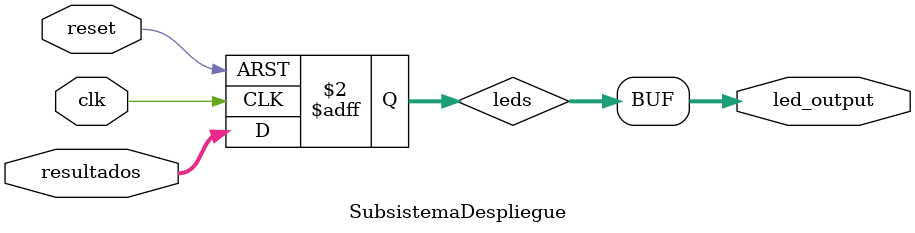
<source format=sv>
module SubsistemaDespliegue(
  input wire [15:0] resultados,
  input wire clk,
  input wire reset,
  output wire [15:0] led_output
);
  reg [15:0] leds;

  always @(posedge clk or posedge reset) begin
    if (reset) begin
      leds <= 16'b0;  // Inicializar todos los LEDs en 0
    end else begin
      leds <= resultados;  // Actualizar los LEDs con los resultados al finalizar una operación
    end
  end

  assign led_output = leds;  // Conectar los LEDs de salida

endmodule


</source>
